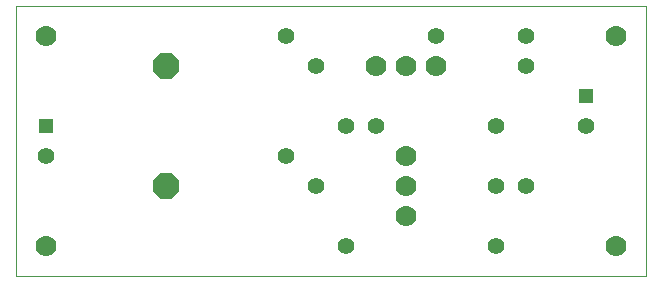
<source format=gtl>
G75*
%MOIN*%
%OFA0B0*%
%FSLAX25Y25*%
%IPPOS*%
%LPD*%
%AMOC8*
5,1,8,0,0,1.08239X$1,22.5*
%
%ADD10C,0.00000*%
%ADD11C,0.07000*%
%ADD12C,0.05543*%
%ADD13R,0.04756X0.04756*%
%ADD14OC8,0.08600*%
D10*
X0001387Y0001000D02*
X0001387Y0091000D01*
X0211387Y0091000D01*
X0211387Y0001000D01*
X0001387Y0001000D01*
D11*
X0011387Y0011000D03*
X0131387Y0021000D03*
X0131387Y0031000D03*
X0131387Y0041000D03*
X0131387Y0071000D03*
X0141387Y0071000D03*
X0121387Y0071000D03*
X0201387Y0081000D03*
X0201387Y0011000D03*
X0011387Y0081000D03*
D12*
X0091387Y0081000D03*
X0101387Y0071000D03*
X0141387Y0081000D03*
X0171387Y0081000D03*
X0171387Y0071000D03*
X0161387Y0051000D03*
X0191387Y0051000D03*
X0171387Y0031000D03*
X0161387Y0031000D03*
X0161387Y0011000D03*
X0111387Y0011000D03*
X0101387Y0031000D03*
X0091387Y0041000D03*
X0111387Y0051000D03*
X0121387Y0051000D03*
X0011387Y0041000D03*
D13*
X0011387Y0051000D03*
X0191387Y0061000D03*
D14*
X0051387Y0071000D03*
X0051387Y0031000D03*
M02*

</source>
